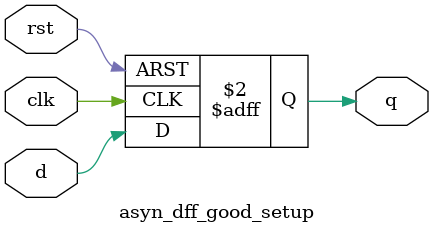
<source format=v>
module asyn_dff_good_setup (
  clk,
  rst,
  d,
  q
);

  input    clk;
  input    rst;
  input    d;
  output   q;

  reg      q;

  always @( posedge clk or posedge rst ) begin
    if ( rst ) begin
      q <= 1'b0;
    end
    else begin
      q <= d;
    end
  end

endmodule


</source>
